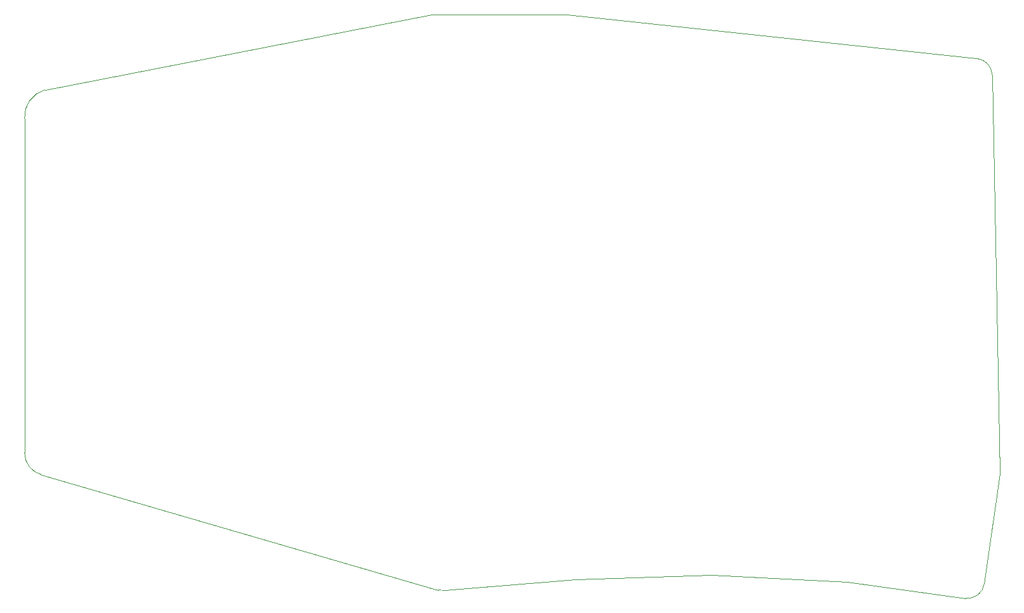
<source format=gm1>
%TF.GenerationSoftware,KiCad,Pcbnew,(5.1.6)-1*%
%TF.CreationDate,2022-08-18T21:09:05-07:00*%
%TF.ProjectId,split-40-final,73706c69-742d-4343-902d-66696e616c2e,rev?*%
%TF.SameCoordinates,Original*%
%TF.FileFunction,Profile,NP*%
%FSLAX46Y46*%
G04 Gerber Fmt 4.6, Leading zero omitted, Abs format (unit mm)*
G04 Created by KiCad (PCBNEW (5.1.6)-1) date 2022-08-18 21:09:05*
%MOMM*%
%LPD*%
G01*
G04 APERTURE LIST*
%TA.AperFunction,Profile*%
%ADD10C,0.050000*%
%TD*%
G04 APERTURE END LIST*
D10*
X14749819Y-29209045D02*
G75*
G02*
X17448800Y-25410000I3728981J209045D01*
G01*
X17448800Y-25410000D02*
X69041200Y-15352500D01*
X69041200Y-15352500D02*
X87041200Y-15352500D01*
X87041200Y-15352500D02*
X141683587Y-21205159D01*
X141683587Y-21205159D02*
G75*
G02*
X143800000Y-23400000I-183587J-2294841D01*
G01*
X142726526Y-91416813D02*
G75*
G02*
X140270001Y-93309999I-2186526J296813D01*
G01*
X70701624Y-92265633D02*
G75*
G02*
X69900000Y-92200000I-201624J2465633D01*
G01*
X16952132Y-76792286D02*
G75*
G02*
X14748800Y-73900000I796668J2892286D01*
G01*
X14748800Y-73900000D02*
X14749819Y-29209045D01*
X69900000Y-92200000D02*
X16952132Y-76792286D01*
X88300000Y-90800000D02*
X70701624Y-92265633D01*
X106400000Y-90200000D02*
X88300000Y-90800000D01*
X124500000Y-91100000D02*
X106400000Y-90200000D01*
X140270001Y-93309999D02*
X124500000Y-91100000D01*
X144800000Y-76700000D02*
X142726526Y-91416813D01*
X143800000Y-23400000D02*
X144800000Y-76700000D01*
M02*

</source>
